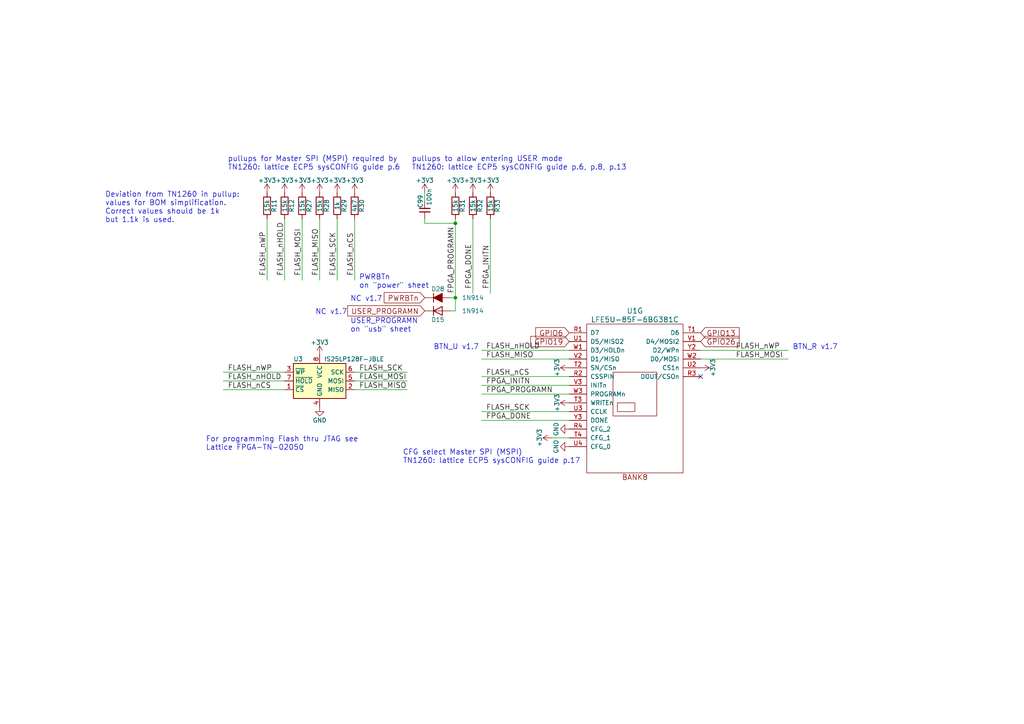
<source format=kicad_sch>
(kicad_sch (version 20231120) (generator "eeschema") (generator_version "8.0")
  (paper "A4")
  (title_block (title "ULX3S") (date "2024-08-20") (rev "0.0.4") (company "EMARD") (comment 1 "SPI flash") (comment 2 "License: CERN-OHL-S v2"))
  (lib_symbols
    (symbol "Device:C_Small" (pin_numbers hide) (pin_names (offset 0.254) hide)
      (property "Reference" "C" (at 0.254 1.778 0))
      (property "Value" "C_Small" (at 0.254 -2.032 0))
      (symbol "C_Small_0_1"
        (polyline (pts (xy -1.524 -0.508) (xy 1.524 -0.508)) (stroke (width 0.3302)))
        (polyline (pts (xy -1.524 0.508) (xy 1.524 0.508)) (stroke (width 0.3048)))
      )
      (symbol "C_Small_1_1"
        (pin passive line (at 0 2.54 270) (length 2.032) (name "~") (number "1"))
        (pin passive line (at 0 -2.54 90) (length 2.032) (name "~") (number "2"))
      )
    )
    (symbol "Device:D" (pin_numbers hide) (pin_names (offset 1.016) hide)
      (property "Reference" "D" (at 0 2.54 0))
      (property "Value" "D" (at 0 -2.54 0))
      (symbol "D_0_1"
        (polyline (pts (xy -1.27 1.27) (xy -1.27 -1.27)) (stroke (width 0.254)))
        (polyline (pts (xy 1.27 0) (xy -1.27 0)))
        (polyline (pts (xy 1.27 1.27) (xy 1.27 -1.27) (xy -1.27 0) (xy 1.27 1.27)) (stroke (width 0.254)))
      )
      (symbol "D_1_1"
        (pin passive line (at -3.81 0 0) (length 2.54) (name "K") (number "1"))
        (pin passive line (at 3.81 0 180) (length 2.54) (name "A") (number "2"))
      )
    )
    (symbol "Device:R" (pin_numbers hide) (pin_names (offset 0))
      (property "Reference" "R" (at 2.032 0 90))
      (property "Value" "R" (at 0 0 90))
      (symbol "R_0_1"
        (rectangle (start -1.016 -2.54) (end 1.016 2.54) (stroke (width 0.254)))
      )
      (symbol "R_1_1"
        (pin passive line (at 0 3.81 270) (length 1.27) (name "~") (number "1"))
        (pin passive line (at 0 -3.81 90) (length 1.27) (name "~") (number "2"))
      )
    )
    (symbol "Memory_EEPROM:25LCxxx"
      (property "Reference" "U" (at -7.62 6.35 0))
      (property "Value" "25LCxxx" (at 2.54 -6.35 0))
      (symbol "25LCxxx_1_1"
        (rectangle (start -7.62 5.08) (end 7.62 -5.08) (stroke (width 0.254)) (fill (type background)))
        (pin input line (at -10.16 -2.54 0) (length 2.54) (name "~{CS}") (number "1"))
        (pin tri_state line (at 10.16 -2.54 180) (length 2.54) (name "MISO") (number "2"))
        (pin input line (at -10.16 2.54 0) (length 2.54) (name "~{WP}") (number "3"))
        (pin power_in line (at 0 -7.62 90) (length 2.54) (name "GND") (number "4"))
        (pin input line (at 10.16 0 180) (length 2.54) (name "MOSI") (number "5"))
        (pin input line (at 10.16 2.54 180) (length 2.54) (name "SCK") (number "6"))
        (pin input line (at -10.16 0 0) (length 2.54) (name "~{HOLD}") (number "7"))
        (pin power_in line (at 0 7.62 270) (length 2.54) (name "VCC") (number "8"))
      )
    )
    (symbol "lfe5bg381:LFE5UM-85F-6BG381C" (pin_names (offset 1.016))
      (property "Reference" "U" (at 0 24.13 0))
      (property "Value" "LFE5UM-85F-6BG381C" (at 0 21.59 0))
      (symbol "LFE5UM-85F-6BG381C_1_1"
        (rectangle (start -13.97 20.32) (end 13.97 -17.78))
        (rectangle (start -6.35 6.35) (end 6.35 -6.35))
        (rectangle (start -5.08 5.08) (end 0 2.54))
        (text "BANK0" (at 0 -19.05 0) (effects (font (size 1.524 1.524))))
        (pin input line (at -19.05 15.24 0) (length 5.08) (name "PCLKT0_1") (number "A10"))
        (pin input line (at 19.05 15.24 180) (length 5.08) (name "PCLKC0_1") (number "A11"))
        (pin input line (at -19.05 -10.16 0) (length 5.08) (name "PT4A") (number "A6"))
        (pin input line (at -19.05 5.08 0) (length 5.08) (name "PT18A") (number "A7"))
        (pin input line (at 19.05 5.08 180) (length 5.08) (name "PT18B") (number "A8"))
        (pin input line (at -19.05 12.7 0) (length 5.08) (name "GR_PCLK0_1") (number "A9"))
        (pin input line (at 19.05 12.7 180) (length 5.08) (name "GR_PCLK0_0") (number "B10"))
        (pin input line (at -19.05 17.78 0) (length 5.08) (name "PCLKT0_0") (number "B11"))
        (pin input line (at 19.05 -10.16 180) (length 5.08) (name "PT4B") (number "B6"))
        (pin input line (at 19.05 2.54 180) (length 5.08) (name "PT15B") (number "B8"))
        (pin input line (at -19.05 10.16 0) (length 5.08) (name "PT58A") (number "B9"))
        (pin input line (at 19.05 10.16 180) (length 5.08) (name "PT58B") (number "C10"))
        (pin input line (at 19.05 17.78 180) (length 5.08) (name "PCLKC0_0") (number "C11"))
        (pin input line (at -19.05 -2.54 0) (length 5.08) (name "PT11A") (number "C6"))
        (pin input line (at 19.05 -2.54 180) (length 5.08) (name "PT11B") (number "C7"))
        (pin input line (at -19.05 2.54 0) (length 5.08) (name "PT15A") (number "C8"))
        (pin input line (at -19.05 -15.24 0) (length 5.08) (name "PT54A") (number "C9"))
        (pin input line (at -19.05 -12.7 0) (length 5.08) (name "PT56A") (number "D10"))
        (pin input line (at 19.05 -7.62 180) (length 5.08) (name "PT6B") (number "D6"))
        (pin input line (at 19.05 -5.08 180) (length 5.08) (name "PT9B") (number "D7"))
        (pin input line (at 19.05 0 180) (length 5.08) (name "PT13B") (number "D8"))
        (pin input line (at -19.05 7.62 0) (length 5.08) (name "PT20A") (number "D9"))
        (pin input line (at 19.05 -12.7 180) (length 5.08) (name "PT56B") (number "E10"))
        (pin input line (at -19.05 -7.62 0) (length 5.08) (name "PT6A") (number "E6"))
        (pin input line (at -19.05 -5.08 0) (length 5.08) (name "PT9A") (number "E7"))
        (pin input line (at -19.05 0 0) (length 5.08) (name "PT13A") (number "E8"))
        (pin input line (at 19.05 7.62 180) (length 5.08) (name "PT20B") (number "E9"))
      )
      (symbol "LFE5UM-85F-6BG381C_2_0"
        (text "BANK1" (at 0 -26.67 0) (effects (font (size 1.524 1.524))))
      )
      (symbol "LFE5UM-85F-6BG381C_2_1"
        (rectangle (start -13.97 20.32) (end 13.97 -25.4))
        (rectangle (start -6.35 6.35) (end 6.35 -6.35))
        (rectangle (start 0 5.08) (end 5.08 2.54))
        (pin input line (at -19.05 -12.7 0) (length 5.08) (name "PT76A") (number "A12"))
        (pin input line (at 19.05 -12.7 180) (length 5.08) (name "PT76B") (number "A13"))
        (pin input line (at -19.05 -5.08 0) (length 5.08) (name "PT83A") (number "A14"))
        (pin input line (at -19.05 -22.86 0) (length 5.08) (name "PT103A") (number "A15"))
        (pin input line (at -19.05 5.08 0) (length 5.08) (name "PT110A") (number "A16"))
        (pin input line (at -19.05 12.7 0) (length 5.08) (name "PT116A") (number "A17"))
        (pin input line (at -19.05 15.24 0) (length 5.08) (name "PT119A") (number "A18"))
        (pin input line (at -19.05 17.78 0) (length 5.08) (name "PT121A") (number "A19"))
        (pin input line (at -19.05 -17.78 0) (length 5.08) (name "PCLKT1_0") (number "B12"))
        (pin input line (at -19.05 -10.16 0) (length 5.08) (name "PT78A") (number "B13"))
        (pin input line (at -19.05 0 0) (length 5.08) (name "PT105A") (number "B15"))
        (pin input line (at 19.05 5.08 180) (length 5.08) (name "PT110B") (number "B16"))
        (pin input line (at -19.05 10.16 0) (length 5.08) (name "PT114A") (number "B17"))
        (pin input line (at 19.05 12.7 180) (length 5.08) (name "PT116B") (number "B18"))
        (pin input line (at 19.05 15.24 180) (length 5.08) (name "PT119B") (number "B19"))
        (pin input line (at 19.05 17.78 180) (length 5.08) (name "PT121B") (number "B20"))
        (pin input line (at 19.05 -17.78 180) (length 5.08) (name "PCLKC1_0") (number "C12"))
        (pin input line (at 19.05 -10.16 180) (length 5.08) (name "PT78B") (number "C13"))
        (pin input line (at 19.05 -5.08 180) (length 5.08) (name "PT83B") (number "C14"))
        (pin input line (at 19.05 0 180) (length 5.08) (name "PT105B") (number "C15"))
        (pin input line (at -19.05 7.62 0) (length 5.08) (name "PT112A") (number "C16"))
        (pin input line (at 19.05 10.16 180) (length 5.08) (name "PT114B") (number "C17"))
        (pin input line (at -19.05 -20.32 0) (length 5.08) (name "PCLKT1_1") (number "D11"))
        (pin input line (at -19.05 -15.24 0) (length 5.08) (name "GR_PCLK1_0") (number "D12"))
        (pin input line (at -19.05 -7.62 0) (length 5.08) (name "PT80A") (number "D13"))
        (pin input line (at -19.05 -2.54 0) (length 5.08) (name "PT85A") (number "D14"))
        (pin input line (at -19.05 2.54 0) (length 5.08) (name "PT107A") (number "D15"))
        (pin input line (at 19.05 7.62 180) (length 5.08) (name "PT112B") (number "D16"))
        (pin input line (at 19.05 -20.32 180) (length 5.08) (name "PCLKC1_1") (number "E11"))
        (pin input line (at 19.05 -15.24 180) (length 5.08) (name "GR_PCLK1_1") (number "E12"))
        (pin input line (at 19.05 -7.62 180) (length 5.08) (name "PT80B") (number "E13"))
        (pin input line (at 19.05 -2.54 180) (length 5.08) (name "PT85B") (number "E14"))
        (pin input line (at 19.05 2.54 180) (length 5.08) (name "PT107B") (number "E15"))
      )
      (symbol "LFE5UM-85F-6BG381C_3_0"
        (text "BANK2" (at 0 -26.67 0) (effects (font (size 1.524 1.524))))
      )
      (symbol "LFE5UM-85F-6BG381C_3_1"
        (rectangle (start -13.97 20.32) (end 13.97 -25.4))
        (rectangle (start -6.35 6.35) (end 6.35 -6.35))
        (rectangle (start 5.08 5.08) (end 2.54 0))
        (pin input line (at -19.05 -20.32 0) (length 5.08) (name "PR11A") (number "C18"))
        (pin input line (at -19.05 0 0) (length 5.08) (name "PR35A") (number "C20"))
        (pin input line (at 19.05 -20.32 180) (length 5.08) (name "PR11B") (number "D17"))
        (pin input line (at -19.05 -15.24 0) (length 5.08) (name "PR14A") (number "D18"))
        (pin input line (at 19.05 0 180) (length 5.08) (name "PR35B") (number "D19"))
        (pin input line (at -19.05 2.54 0) (length 5.08) (name "VREF1_2") (number "D20"))
        (pin input line (at -19.05 -17.78 0) (length 5.08) (name "PR11C") (number "E16"))
        (pin input line (at 19.05 -15.24 180) (length 5.08) (name "PR14B") (number "E17"))
        (pin input line (at -19.05 -12.7 0) (length 5.08) (name "PR14C") (number "E18"))
        (pin input line (at 19.05 2.54 180) (length 5.08) (name "PR35D") (number "E19"))
        (pin input line (at -19.05 5.08 0) (length 5.08) (name "PR38A") (number "E20"))
        (pin input line (at 19.05 -17.78 180) (length 5.08) (name "PR11D") (number "F16"))
        (pin input line (at -19.05 -10.16 0) (length 5.08) (name "PR17A") (number "F17"))
        (pin input line (at 19.05 -12.7 180) (length 5.08) (name "PR14D") (number "F18"))
        (pin input line (at 19.05 5.08 180) (length 5.08) (name "PR38B") (number "F19"))
        (pin input line (at -19.05 7.62 0) (length 5.08) (name "PR38C") (number "F20"))
        (pin input line (at -19.05 -7.62 0) (length 5.08) (name "PR17C") (number "G16"))
        (pin input line (at 19.05 -10.16 180) (length 5.08) (name "PR17B") (number "G18"))
        (pin input line (at -19.05 10.16 0) (length 5.08) (name "GR_PCLK2_1") (number "G19"))
        (pin input line (at 19.05 7.62 180) (length 5.08) (name "PR38D") (number "G20"))
        (pin input line (at 19.05 -7.62 180) (length 5.08) (name "PR17D") (number "H16"))
        (pin input line (at 19.05 -5.08 180) (length 5.08) (name "PR20B") (number "H17"))
        (pin input line (at -19.05 -5.08 0) (length 5.08) (name "PR20A") (number "H18"))
        (pin input line (at 19.05 10.16 180) (length 5.08) (name "PR41B") (number "H20"))
        (pin input line (at 19.05 -2.54 180) (length 5.08) (name "PR20D") (number "J16"))
        (pin input line (at -19.05 -2.54 0) (length 5.08) (name "PR20C") (number "J17"))
        (pin input line (at -19.05 12.7 0) (length 5.08) (name "GR_PCLK2_0") (number "J18"))
        (pin input line (at -19.05 15.24 0) (length 5.08) (name "PCLKT2_1") (number "J19"))
        (pin input line (at -19.05 17.78 0) (length 5.08) (name "PCLKT2_0") (number "J20"))
        (pin input line (at -19.05 -22.86 0) (length 5.08) (name "PR29A") (number "K16"))
        (pin input line (at 19.05 -22.86 180) (length 5.08) (name "PR29B") (number "K17"))
        (pin input line (at 19.05 12.7 180) (length 5.08) (name "PR41D") (number "K18"))
        (pin input line (at 19.05 15.24 180) (length 5.08) (name "PCLKC2_1") (number "K19"))
        (pin input line (at 19.05 17.78 180) (length 5.08) (name "PCLKC2_0") (number "K20"))
      )
      (symbol "LFE5UM-85F-6BG381C_4_0"
        (text "BANK3" (at 0 -26.67 0) (effects (font (size 1.524 1.524))))
      )
      (symbol "LFE5UM-85F-6BG381C_4_1"
        (rectangle (start -13.97 20.32) (end 13.97 -25.4))
        (rectangle (start -6.35 6.35) (end 6.35 -6.35))
        (rectangle (start 2.54 0) (end 5.08 -5.08))
        (pin input line (at -19.05 -15.24 0) (length 5.08) (name "GR_PCLK3_0") (number "L16"))
        (pin input line (at 19.05 -15.24 180) (length 5.08) (name "PR50B") (number "L17"))
        (pin input line (at -19.05 -12.7 0) (length 5.08) (name "GR_PCLK3_1") (number "L18"))
        (pin input line (at -19.05 -17.78 0) (length 5.08) (name "PCLKT3_0") (number "L19"))
        (pin input line (at -19.05 -20.32 0) (length 5.08) (name "PCLKT3_1") (number "L20"))
        (pin input line (at 19.05 -10.16 180) (length 5.08) (name "PR53B") (number "M17"))
        (pin input line (at 19.05 -12.7 180) (length 5.08) (name "PR50D") (number "M18"))
        (pin input line (at 19.05 -17.78 180) (length 5.08) (name "PCLKC3_0") (number "M19"))
        (pin input line (at 19.05 -20.32 180) (length 5.08) (name "PCLKC3_1") (number "M20"))
        (pin input line (at -19.05 -10.16 0) (length 5.08) (name "PR53A") (number "N16"))
        (pin input line (at -19.05 -5.08 0) (length 5.08) (name "PR56A") (number "N17"))
        (pin input line (at -19.05 -7.62 0) (length 5.08) (name "PR53C") (number "N18"))
        (pin input line (at -19.05 0 0) (length 5.08) (name "PR83A") (number "N19"))
        (pin input line (at 19.05 0 180) (length 5.08) (name "PR83B") (number "N20"))
        (pin input line (at 19.05 -5.08 180) (length 5.08) (name "VREF1_3") (number "P16"))
        (pin input line (at 19.05 -7.62 180) (length 5.08) (name "PR53D") (number "P17"))
        (pin input line (at 19.05 2.54 180) (length 5.08) (name "PR83D") (number "P18"))
        (pin input line (at -19.05 2.54 0) (length 5.08) (name "PR83C") (number "P19"))
        (pin input line (at -19.05 5.08 0) (length 5.08) (name "PR86A") (number "P20"))
        (pin input line (at -19.05 -2.54 0) (length 5.08) (name "PR56C") (number "R16"))
        (pin input line (at 19.05 -2.54 180) (length 5.08) (name "PR56D") (number "R17"))
        (pin input line (at 19.05 10.16 180) (length 5.08) (name "PR89B") (number "R18"))
        (pin input line (at 19.05 5.08 180) (length 5.08) (name "PR86B") (number "R20"))
        (pin input line (at -19.05 -22.86 0) (length 5.08) (name "PR77A") (number "T16"))
        (pin input line (at 19.05 17.78 180) (length 5.08) (name "GPLL0C_IN") (number "T17"))
        (pin input line (at 19.05 12.7 180) (length 5.08) (name "PR89D") (number "T18"))
        (pin input line (at -19.05 10.16 0) (length 5.08) (name "PR89A") (number "T19"))
        (pin input line (at -19.05 7.62 0) (length 5.08) (name "PR86C") (number "T20"))
        (pin input line (at -19.05 17.78 0) (length 5.08) (name "GPLL0T_IN") (number "U16"))
        (pin input line (at 19.05 15.24 180) (length 5.08) (name "PR92B") (number "U17"))
        (pin input line (at -19.05 15.24 0) (length 5.08) (name "PR92A") (number "U18"))
        (pin input line (at -19.05 12.7 0) (length 5.08) (name "PR89C") (number "U19"))
        (pin input line (at 19.05 7.62 180) (length 5.08) (name "PR86D") (number "U20"))
      )
      (symbol "LFE5UM-85F-6BG381C_5_0"
        (text "BANK6" (at 0 -26.67 0) (effects (font (size 1.524 1.524))))
      )
      (symbol "LFE5UM-85F-6BG381C_5_1"
        (rectangle (start -13.97 20.32) (end 13.97 -25.4))
        (rectangle (start -6.35 6.35) (end 6.35 -6.35))
        (rectangle (start -5.08 0) (end -2.54 -5.08))
        (pin input line (at 19.05 15.24 180) (length 5.08) (name "PCLKC6_1") (number "F1"))
        (pin input line (at 19.05 17.78 180) (length 5.08) (name "PCLKC6_0") (number "G1"))
        (pin input line (at -19.05 15.24 0) (length 5.08) (name "PCLKT6_1") (number "G2"))
        (pin input line (at -19.05 7.62 0) (length 5.08) (name "PL53C") (number "H1"))
        (pin input line (at -19.05 17.78 0) (length 5.08) (name "PCLKT6_0") (number "H2"))
        (pin input line (at 19.05 5.08 180) (length 5.08) (name "PL53B") (number "J1"))
        (pin input line (at -19.05 12.7 0) (length 5.08) (name "GR_PCLK6_1") (number "J3"))
        (pin input line (at -19.05 10.16 0) (length 5.08) (name "GR_PCLK6_0") (number "J4"))
        (pin input line (at 19.05 10.16 180) (length 5.08) (name "PL50B") (number "J5"))
        (pin input line (at 19.05 7.62 180) (length 5.08) (name "PL53D") (number "K1"))
        (pin input line (at -19.05 5.08 0) (length 5.08) (name "PL53A") (number "K2"))
        (pin input line (at 19.05 12.7 180) (length 5.08) (name "PL50D") (number "K3"))
        (pin input line (at -19.05 0 0) (length 5.08) (name "PL56A") (number "K4"))
        (pin input line (at 19.05 0 180) (length 5.08) (name "VREF1_6") (number "K5"))
        (pin input line (at -19.05 -12.7 0) (length 5.08) (name "PL65C") (number "L1"))
        (pin input line (at 19.05 -7.62 180) (length 5.08) (name "PL86D") (number "L2"))
        (pin input line (at -19.05 -7.62 0) (length 5.08) (name "PL86C") (number "L3"))
        (pin input line (at -19.05 2.54 0) (length 5.08) (name "PL56C") (number "L4"))
        (pin input line (at 19.05 2.54 180) (length 5.08) (name "PL56D") (number "L5"))
        (pin input line (at 19.05 -15.24 180) (length 5.08) (name "PL89B") (number "M1"))
        (pin input line (at 19.05 -10.16 180) (length 5.08) (name "PL86B") (number "M3"))
        (pin input line (at -19.05 -5.08 0) (length 5.08) (name "PL83A") (number "M4"))
        (pin input line (at -19.05 -22.86 0) (length 5.08) (name "PL77A") (number "M5"))
        (pin input line (at 19.05 -12.7 180) (length 5.08) (name "PL89D") (number "N1"))
        (pin input line (at -19.05 -15.24 0) (length 5.08) (name "PL65A") (number "N2"))
        (pin input line (at -19.05 -10.16 0) (length 5.08) (name "PL86A") (number "N3"))
        (pin input line (at -19.05 -2.54 0) (length 5.08) (name "PL83C") (number "N4"))
        (pin input line (at 19.05 -5.08 180) (length 5.08) (name "PL83B") (number "N5"))
        (pin input line (at -19.05 -20.32 0) (length 5.08) (name "PL92A") (number "P1"))
        (pin input line (at 19.05 -20.32 180) (length 5.08) (name "PL92B") (number "P2"))
        (pin input line (at -19.05 -17.78 0) (length 5.08) (name "GPLL0T_IN") (number "P3"))
        (pin input line (at 19.05 -17.78 180) (length 5.08) (name "GPLL0C_IN") (number "P4"))
        (pin input line (at 19.05 -2.54 180) (length 5.08) (name "PL83D") (number "P5"))
      )
      (symbol "LFE5UM-85F-6BG381C_6_0"
        (text "BANK7" (at 0 -24.13 0) (effects (font (size 1.524 1.524))))
      )
      (symbol "LFE5UM-85F-6BG381C_6_1"
        (rectangle (start -13.97 20.32) (end 13.97 -22.86))
        (rectangle (start -6.35 6.35) (end 6.35 -6.35))
        (rectangle (start -5.08 5.08) (end -2.54 0))
        (pin input line (at -19.05 -5.08 0) (length 5.08) (name "PL35A") (number "A2"))
        (pin input line (at -19.05 12.7 0) (length 5.08) (name "PL14C") (number "A3"))
        (pin input line (at -19.05 15.24 0) (length 5.08) (name "PL11A") (number "A4"))
        (pin input line (at 19.05 15.24 180) (length 5.08) (name "PL11B") (number "A5"))
        (pin input line (at 19.05 -5.08 180) (length 5.08) (name "PL35B") (number "B1"))
        (pin input line (at -19.05 -2.54 0) (length 5.08) (name "VREF1_7") (number "B2"))
        (pin input line (at 19.05 12.7 180) (length 5.08) (name "PL14D") (number "B3"))
        (pin input line (at 19.05 10.16 180) (length 5.08) (name "PL14B") (number "B4"))
        (pin input line (at -19.05 17.78 0) (length 5.08) (name "PL11C") (number "B5"))
        (pin input line (at -19.05 -10.16 0) (length 5.08) (name "PL38A") (number "C1"))
        (pin input line (at 19.05 -2.54 180) (length 5.08) (name "PL35D") (number "C2"))
        (pin input line (at -19.05 7.62 0) (length 5.08) (name "PL17C") (number "C3"))
        (pin input line (at -19.05 10.16 0) (length 5.08) (name "PL14A") (number "C4"))
        (pin input line (at 19.05 17.78 180) (length 5.08) (name "PL11D") (number "C5"))
        (pin input line (at 19.05 -10.16 180) (length 5.08) (name "PL38B") (number "D1"))
        (pin input line (at -19.05 -7.62 0) (length 5.08) (name "PL38C") (number "D2"))
        (pin input line (at 19.05 7.62 180) (length 5.08) (name "PL17D") (number "D3"))
        (pin input line (at 19.05 5.08 180) (length 5.08) (name "PL17B") (number "D5"))
        (pin input line (at 19.05 -7.62 180) (length 5.08) (name "PL38D") (number "E1"))
        (pin input line (at 19.05 -17.78 180) (length 5.08) (name "PCLKC7_0") (number "E2"))
        (pin input line (at 19.05 0 180) (length 5.08) (name "PL20B") (number "E3"))
        (pin input line (at -19.05 5.08 0) (length 5.08) (name "PL17A") (number "E4"))
        (pin input line (at -19.05 2.54 0) (length 5.08) (name "PL20C") (number "E5"))
        (pin input line (at -19.05 -17.78 0) (length 5.08) (name "PCLKT7_0") (number "F2"))
        (pin input line (at 19.05 -20.32 180) (length 5.08) (name "PCLKC7_1") (number "F3"))
        (pin input line (at -19.05 0 0) (length 5.08) (name "PL20A") (number "F4"))
        (pin input line (at 19.05 2.54 180) (length 5.08) (name "PL20D") (number "F5"))
        (pin input line (at -19.05 -20.32 0) (length 5.08) (name "PCLKT7_1") (number "G3"))
        (pin input line (at 19.05 -15.24 180) (length 5.08) (name "PL41B") (number "G5"))
        (pin input line (at 19.05 -12.7 180) (length 5.08) (name "PL41D") (number "H3"))
        (pin input line (at -19.05 -15.24 0) (length 5.08) (name "GR_PCLK7_1") (number "H4"))
        (pin input line (at -19.05 -12.7 0) (length 5.08) (name "GR_PCLK7_0") (number "H5"))
      )
      (symbol "LFE5UM-85F-6BG381C_7_0"
        (text "BANK8" (at 0 -24.13 0) (effects (font (size 1.524 1.524))))
      )
      (symbol "LFE5UM-85F-6BG381C_7_1"
        (rectangle (start -13.97 20.32) (end 13.97 -22.86))
        (rectangle (start -6.35 6.35) (end 6.35 -6.35))
        (rectangle (start -5.08 -5.08) (end 0 -2.54))
        (pin input line (at -19.05 17.78 0) (length 5.08) (name "D7") (number "R1"))
        (pin input line (at -19.05 5.08 0) (length 5.08) (name "CSSPIN") (number "R2"))
        (pin input line (at 19.05 5.08 180) (length 5.08) (name "DOUT/CSOn") (number "R3"))
        (pin input line (at -19.05 -10.16 0) (length 5.08) (name "CFG_2") (number "R4"))
        (pin input line (at 19.05 17.78 180) (length 5.08) (name "D6") (number "T1"))
        (pin input line (at -19.05 7.62 0) (length 5.08) (name "SN/CSn") (number "T2"))
        (pin input line (at -19.05 -2.54 0) (length 5.08) (name "WRITEn") (number "T3"))
        (pin input line (at -19.05 -12.7 0) (length 5.08) (name "CFG_1") (number "T4"))
        (pin input line (at -19.05 15.24 0) (length 5.08) (name "D5/MISO2") (number "U1"))
        (pin input line (at 19.05 7.62 180) (length 5.08) (name "CS1n") (number "U2"))
        (pin input line (at -19.05 -5.08 0) (length 5.08) (name "CCLK") (number "U3"))
        (pin input line (at -19.05 -15.24 0) (length 5.08) (name "CFG_0") (number "U4"))
        (pin input line (at 19.05 15.24 180) (length 5.08) (name "D4/MOSI2") (number "V1"))
        (pin input line (at -19.05 10.16 0) (length 5.08) (name "D1/MISO") (number "V2"))
        (pin input line (at -19.05 2.54 0) (length 5.08) (name "INITn") (number "V3"))
        (pin input line (at -19.05 12.7 0) (length 5.08) (name "D3/HOLDn") (number "W1"))
        (pin input line (at 19.05 10.16 180) (length 5.08) (name "D0/MOSI") (number "W2"))
        (pin input line (at -19.05 0 0) (length 5.08) (name "PROGRAMn") (number "W3"))
        (pin input line (at 19.05 12.7 180) (length 5.08) (name "D2/WPn") (number "Y2"))
        (pin input line (at -19.05 -7.62 0) (length 5.08) (name "DONE") (number "Y3"))
      )
      (symbol "LFE5UM-85F-6BG381C_8_0"
        (text "BANK50,51" (at 0 -27.94 0) (effects (font (size 1.524 1.524))))
        (text "SERDES" (at 0 -30.48 0) (effects (font (size 1.524 1.524))))
      )
      (symbol "LFE5UM-85F-6BG381C_8_1"
        (rectangle (start -16.51 25.4) (end 16.51 -26.67))
        (rectangle (start -6.35 6.35) (end 6.35 -6.35))
        (rectangle (start 3.81 -5.08) (end -3.81 -3.81))
        (pin input line (at 21.59 8.89 180) (length 5.08) (name "VCCHTX0_D0CH1") (number "T10"))
        (pin input line (at -21.59 -7.62 0) (length 5.08) (name "VCCHTX0_D1CH0") (number "T11"))
        (pin input line (at -21.59 -10.16 0) (length 5.08) (name "VCCHRX0_D1CH0") (number "T12"))
        (pin input line (at 21.59 -10.16 180) (length 5.08) (name "VCCHRX0_D1CH1") (number "T13"))
        (pin input line (at 21.59 -7.62 180) (length 5.08) (name "VCCHTX0_D1CH1") (number "T14"))
        (pin input line (at -21.59 -2.54 0) (length 5.08) (name "VCCA1") (number "T15"))
        (pin input line (at -21.59 3.81 0) (length 5.08) (name "VCCA0") (number "T6"))
        (pin input line (at -21.59 8.89 0) (length 5.08) (name "VCCHTX0_D0CH0") (number "T7"))
        (pin input line (at -21.59 6.35 0) (length 5.08) (name "VCCHRX0_D0CH0") (number "T8"))
        (pin input line (at 21.59 6.35 180) (length 5.08) (name "VCCHRX0_D0CH1") (number "T9"))
        (pin input line (at -21.59 -5.08 0) (length 5.08) (name "VCCA1") (number "U15"))
        (pin input line (at -21.59 1.27 0) (length 5.08) (name "VCCA0") (number "U6"))
        (pin input line (at 21.59 3.81 180) (length 5.08) (name "VCCAUXA0") (number "V10"))
        (pin input line (at 21.59 1.27 180) (length 5.08) (name "VCCAUXA0") (number "V11"))
        (pin input line (at 21.59 -2.54 180) (length 5.08) (name "VCCAUXA1") (number "V17"))
        (pin input line (at 21.59 -5.08 180) (length 5.08) (name "VCCAUXA1") (number "V18"))
        (pin input line (at -21.59 -16.51 0) (length 5.08) (name "HDTXP0_D1CH0") (number "W13"))
        (pin input line (at 21.59 -16.51 180) (length 5.08) (name "HDTXN0_D1CH0") (number "W14"))
        (pin input line (at -21.59 -21.59 0) (length 5.08) (name "HDTXP0_D1CH1") (number "W17"))
        (pin input line (at 21.59 -21.59 180) (length 5.08) (name "HDTXN0_D1CH1") (number "W18"))
        (pin input line (at 21.59 -13.97 180) (length 5.08) (name "REFCLKN_D1") (number "W20"))
        (pin input line (at -21.59 20.32 0) (length 5.08) (name "HDTXP0_D0CH0") (number "W4"))
        (pin input line (at 21.59 20.32 180) (length 5.08) (name "HDTXN0_D0CH0") (number "W5"))
        (pin input line (at -21.59 15.24 0) (length 5.08) (name "HDTXP0_D0CH1") (number "W8"))
        (pin input line (at 21.59 15.24 180) (length 5.08) (name "HDTXN0_D0CH1") (number "W9"))
        (pin input line (at -21.59 22.86 0) (length 5.08) (name "REFCLKP_D0") (number "Y11"))
        (pin input line (at 21.59 22.86 180) (length 5.08) (name "REFCLKN_D0") (number "Y12"))
        (pin input line (at -21.59 -19.05 0) (length 5.08) (name "HDRXP0_D1CH0") (number "Y14"))
        (pin input line (at 21.59 -19.05 180) (length 5.08) (name "HDRXN0_D1CH0") (number "Y15"))
        (pin input line (at -21.59 -24.13 0) (length 5.08) (name "HDRXP0_D1CH1") (number "Y16"))
        (pin input line (at 21.59 -24.13 180) (length 5.08) (name "HDRXN0_D1CH1") (number "Y17"))
        (pin input line (at -21.59 -13.97 0) (length 5.08) (name "REFCLKP_D1") (number "Y19"))
        (pin input line (at -21.59 17.78 0) (length 5.08) (name "HDRXP0_D0CH0") (number "Y5"))
        (pin input line (at 21.59 17.78 180) (length 5.08) (name "HDRXN0_D0CH0") (number "Y6"))
        (pin input line (at -21.59 12.7 0) (length 5.08) (name "HDRXP0_D0CH1") (number "Y7"))
        (pin input line (at 21.59 12.7 180) (length 5.08) (name "HDRXN0_D0CH1") (number "Y8"))
      )
      (symbol "LFE5UM-85F-6BG381C_9_1"
        (rectangle (start -109.22 11.43) (end 118.11 -12.7))
        (rectangle (start -6.35 6.35) (end 6.35 -6.35))
        (rectangle (start -2.54 2.54) (end 2.54 -2.54))
        (text "POWER" (at 0 3.81 0) (effects (font (size 1.524 1.524))))
        (pin input line (at -77.47 -17.78 90) (length 5.08) (name "GND") (number "B14"))
        (pin input line (at 13.97 -17.78 90) (length 5.08) (name "GND") (number "B7"))
        (pin input line (at -97.79 -17.78 90) (length 5.08) (name "GND") (number "C19"))
        (pin input line (at 41.91 -17.78 90) (length 5.08) (name "GND") (number "D4"))
        (pin input line (at -40.64 16.51 270) (length 5.08) (name "VCCio0") (number "F10"))
        (pin input line (at -30.48 16.51 270) (length 5.08) (name "VCCio1") (number "F11"))
        (pin input line (at -33.02 16.51 270) (length 5.08) (name "VCCio1") (number "F12"))
        (pin input line (at -57.15 -17.78 90) (length 5.08) (name "GND") (number "F13"))
        (pin input line (at -74.93 -17.78 90) (length 5.08) (name "GND") (number "F14"))
        (pin input line (at -53.34 16.51 270) (length 5.08) (name "VCCAUX") (number "F15"))
        (pin input line (at -48.26 16.51 270) (length 5.08) (name "VCCAUX") (number "F6"))
        (pin input line (at 16.51 -17.78 90) (length 5.08) (name "GND") (number "F7"))
        (pin input line (at 6.35 -17.78 90) (length 5.08) (name "GND") (number "F8"))
        (pin input line (at -38.1 16.51 270) (length 5.08) (name "VCCio0") (number "F9"))
        (pin input line (at -19.05 -17.78 90) (length 5.08) (name "GND") (number "G10"))
        (pin input line (at -34.29 -17.78 90) (length 5.08) (name "GND") (number "G11"))
        (pin input line (at -49.53 -17.78 90) (length 5.08) (name "GND") (number "G12"))
        (pin input line (at -54.61 -17.78 90) (length 5.08) (name "GND") (number "G13"))
        (pin input line (at -72.39 -17.78 90) (length 5.08) (name "GND") (number "G14"))
        (pin input line (at -85.09 -17.78 90) (length 5.08) (name "GND") (number "G15"))
        (pin input line (at -90.17 -17.78 90) (length 5.08) (name "GND") (number "G17"))
        (pin input line (at 44.45 -17.78 90) (length 5.08) (name "GND") (number "G4"))
        (pin input line (at 34.29 -17.78 90) (length 5.08) (name "GND") (number "G6"))
        (pin input line (at 19.05 -17.78 90) (length 5.08) (name "GND") (number "G7"))
        (pin input line (at 8.89 -17.78 90) (length 5.08) (name "GND") (number "G8"))
        (pin input line (at -6.35 -17.78 90) (length 5.08) (name "GND") (number "G9"))
        (pin input line (at -81.28 16.51 270) (length 5.08) (name "VCC") (number "H10"))
        (pin input line (at -86.36 16.51 270) (length 5.08) (name "VCC") (number "H11"))
        (pin input line (at -91.44 16.51 270) (length 5.08) (name "VCC") (number "H12"))
        (pin input line (at -106.68 16.51 270) (length 5.08) (name "VCC") (number "H13"))
        (pin input line (at -20.32 16.51 270) (length 5.08) (name "VCCio2") (number "H14"))
        (pin input line (at -25.4 16.51 270) (length 5.08) (name "VCCio2") (number "H15"))
        (pin input line (at -95.25 -17.78 90) (length 5.08) (name "GND") (number "H19"))
        (pin input line (at 29.21 16.51 270) (length 5.08) (name "VCCio7") (number "H6"))
        (pin input line (at 26.67 16.51 270) (length 5.08) (name "VCCio7") (number "H7"))
        (pin input line (at -71.12 16.51 270) (length 5.08) (name "VCC") (number "H8"))
        (pin input line (at -76.2 16.51 270) (length 5.08) (name "VCC") (number "H9"))
        (pin input line (at -16.51 -17.78 90) (length 5.08) (name "GND") (number "J10"))
        (pin input line (at -31.75 -17.78 90) (length 5.08) (name "GND") (number "J11"))
        (pin input line (at -46.99 -17.78 90) (length 5.08) (name "GND") (number "J12"))
        (pin input line (at -104.14 16.51 270) (length 5.08) (name "VCC") (number "J13"))
        (pin input line (at -69.85 -17.78 90) (length 5.08) (name "GND") (number "J14"))
        (pin input line (at -22.86 16.51 270) (length 5.08) (name "VCCio2") (number "J15"))
        (pin input line (at 46.99 -17.78 90) (length 5.08) (name "GND") (number "J2"))
        (pin input line (at 31.75 16.51 270) (length 5.08) (name "VCCio7") (number "J6"))
        (pin input line (at 21.59 -17.78 90) (length 5.08) (name "GND") (number "J7"))
        (pin input line (at -68.58 16.51 270) (length 5.08) (name "VCC") (number "J8"))
        (pin input line (at -3.81 -17.78 90) (length 5.08) (name "GND") (number "J9"))
        (pin input line (at -13.97 -17.78 90) (length 5.08) (name "GND") (number "K10"))
        (pin input line (at -29.21 -17.78 90) (length 5.08) (name "GND") (number "K11"))
        (pin input line (at -44.45 -17.78 90) (length 5.08) (name "GND") (number "K12"))
        (pin input line (at -101.6 16.51 270) (length 5.08) (name "VCC") (number "K13"))
        (pin input line (at -67.31 -17.78 90) (length 5.08) (name "GND") (number "K14"))
        (pin input line (at -82.55 -17.78 90) (length 5.08) (name "GND") (number "K15"))
        (pin input line (at 36.83 -17.78 90) (length 5.08) (name "GND") (number "K6"))
        (pin input line (at 24.13 -17.78 90) (length 5.08) (name "GND") (number "K7"))
        (pin input line (at -66.04 16.51 270) (length 5.08) (name "VCC") (number "K8"))
        (pin input line (at -1.27 -17.78 90) (length 5.08) (name "GND") (number "K9"))
        (pin input line (at -11.43 -17.78 90) (length 5.08) (name "GND") (number "L10"))
        (pin input line (at -26.67 -17.78 90) (length 5.08) (name "GND") (number "L11"))
        (pin input line (at -41.91 -17.78 90) (length 5.08) (name "GND") (number "L12"))
        (pin input line (at -99.06 16.51 270) (length 5.08) (name "VCC") (number "L13"))
        (pin input line (at -10.16 16.51 270) (length 5.08) (name "VCCio3") (number "L14"))
        (pin input line (at -15.24 16.51 270) (length 5.08) (name "VCCio3") (number "L15"))
        (pin input line (at 19.05 16.51 270) (length 5.08) (name "VCCio6") (number "L6"))
        (pin input line (at 16.51 16.51 270) (length 5.08) (name "VCCio6") (number "L7"))
        (pin input line (at -63.5 16.51 270) (length 5.08) (name "VCC") (number "L8"))
        (pin input line (at 1.27 -17.78 90) (length 5.08) (name "GND") (number "L9"))
        (pin input line (at -8.89 -17.78 90) (length 5.08) (name "GND") (number "M10"))
        (pin input line (at -24.13 -17.78 90) (length 5.08) (name "GND") (number "M11"))
        (pin input line (at -39.37 -17.78 90) (length 5.08) (name "GND") (number "M12"))
        (pin input line (at -96.52 16.51 270) (length 5.08) (name "VCC") (number "M13"))
        (pin input line (at -64.77 -17.78 90) (length 5.08) (name "GND") (number "M14"))
        (pin input line (at -12.7 16.51 270) (length 5.08) (name "VCCio3") (number "M15"))
        (pin input line (at -87.63 -17.78 90) (length 5.08) (name "GND") (number "M16"))
        (pin input line (at 49.53 -17.78 90) (length 5.08) (name "GND") (number "M2"))
        (pin input line (at 21.59 16.51 270) (length 5.08) (name "VCCio6") (number "M6"))
        (pin input line (at 26.67 -17.78 90) (length 5.08) (name "GND") (number "M7"))
        (pin input line (at -60.96 16.51 270) (length 5.08) (name "VCC") (number "M8"))
        (pin input line (at 3.81 -17.78 90) (length 5.08) (name "GND") (number "M9"))
        (pin input line (at -78.74 16.51 270) (length 5.08) (name "VCC") (number "N10"))
        (pin input line (at -83.82 16.51 270) (length 5.08) (name "VCC") (number "N11"))
        (pin input line (at -88.9 16.51 270) (length 5.08) (name "VCC") (number "N12"))
        (pin input line (at -93.98 16.51 270) (length 5.08) (name "VCC") (number "N13"))
        (pin input line (at -62.23 -17.78 90) (length 5.08) (name "GND") (number "N14"))
        (pin input line (at -80.01 -17.78 90) (length 5.08) (name "GND") (number "N15"))
        (pin input line (at 39.37 -17.78 90) (length 5.08) (name "GND") (number "N6"))
        (pin input line (at 29.21 -17.78 90) (length 5.08) (name "GND") (number "N7"))
        (pin input line (at -58.42 16.51 270) (length 5.08) (name "VCC") (number "N8"))
        (pin input line (at -73.66 16.51 270) (length 5.08) (name "VCC") (number "N9"))
        (pin input line (at 36.83 16.51 270) (length 5.08) (name "VCCio8") (number "P10"))
        (pin input line (at -21.59 -17.78 90) (length 5.08) (name "GND") (number "P11"))
        (pin input line (at -36.83 -17.78 90) (length 5.08) (name "GND") (number "P12"))
        (pin input line (at -52.07 -17.78 90) (length 5.08) (name "GND") (number "P13"))
        (pin input line (at -59.69 -17.78 90) (length 5.08) (name "GND") (number "P14"))
        (pin input line (at -50.8 16.51 270) (length 5.08) (name "VCCAUX") (number "P15"))
        (pin input line (at -45.72 16.51 270) (length 5.08) (name "VCCAUX") (number "P6"))
        (pin input line (at 31.75 -17.78 90) (length 5.08) (name "GND") (number "P7"))
        (pin input line (at 11.43 -17.78 90) (length 5.08) (name "GND") (number "P8"))
        (pin input line (at 39.37 16.51 270) (length 5.08) (name "VCCio8") (number "P9"))
        (pin input line (at -92.71 -17.78 90) (length 5.08) (name "GND") (number "R19"))
        (pin input line (at 67.31 -17.78 90) (length 5.08) (name "GND") (number "U10"))
        (pin input line (at 115.57 -17.78 90) (length 5.08) (name "GND") (number "U11"))
        (pin input line (at 107.95 -17.78 90) (length 5.08) (name "GND") (number "U12"))
        (pin input line (at 102.87 -17.78 90) (length 5.08) (name "GND") (number "U13"))
        (pin input line (at 97.79 -17.78 90) (length 5.08) (name "GND") (number "U14"))
        (pin input line (at 59.69 -17.78 90) (length 5.08) (name "GND") (number "U7"))
        (pin input line (at 62.23 -17.78 90) (length 5.08) (name "GND") (number "U8"))
        (pin input line (at 64.77 -17.78 90) (length 5.08) (name "GND") (number "U9"))
        (pin input line (at 110.49 -17.78 90) (length 5.08) (name "GND") (number "V12"))
        (pin input line (at 105.41 -17.78 90) (length 5.08) (name "GND") (number "V13"))
        (pin input line (at 95.25 -17.78 90) (length 5.08) (name "GND") (number "V14"))
        (pin input line (at 82.55 -17.78 90) (length 5.08) (name "GND") (number "V15"))
        (pin input line (at 87.63 -17.78 90) (length 5.08) (name "GND") (number "V16"))
        (pin input line (at 92.71 -17.78 90) (length 5.08) (name "GND") (number "V19"))
        (pin input line (at 69.85 -17.78 90) (length 5.08) (name "GND") (number "V20"))
        (pin input line (at 72.39 -17.78 90) (length 5.08) (name "GND") (number "V5"))
        (pin input line (at 77.47 -17.78 90) (length 5.08) (name "GND") (number "V6"))
        (pin input line (at 52.07 -17.78 90) (length 5.08) (name "GND") (number "V7"))
        (pin input line (at 54.61 -17.78 90) (length 5.08) (name "GND") (number "V8"))
        (pin input line (at 57.15 -17.78 90) (length 5.08) (name "GND") (number "V9"))
        (pin input line (at 113.03 -17.78 90) (length 5.08) (name "GND") (number "W12"))
        (pin input line (at 100.33 -17.78 90) (length 5.08) (name "GND") (number "W15"))
        (pin input line (at 85.09 -17.78 90) (length 5.08) (name "GND") (number "W16"))
        (pin input line (at 90.17 -17.78 90) (length 5.08) (name "GND") (number "W19"))
        (pin input line (at 74.93 -17.78 90) (length 5.08) (name "GND") (number "W6"))
        (pin input line (at 80.01 -17.78 90) (length 5.08) (name "GND") (number "W7"))
      )
      (symbol "LFE5UM-85F-6BG381C_10_0"
        (text "JTAG" (at 0 1.27 0) (effects (font (size 1.524 1.524))))
      )
      (symbol "LFE5UM-85F-6BG381C_10_1"
        (rectangle (start -12.7 6.35) (end 7.62 -6.35))
        (text "PROG" (at 0 -1.27 0) (effects (font (size 1.524 1.524))))
        (pin input line (at -17.78 3.81 0) (length 5.08) (name "TDI") (number "R5"))
        (pin input line (at -17.78 -1.27 0) (length 5.08) (name "TCK") (number "T5"))
        (pin input line (at -17.78 -3.81 0) (length 5.08) (name "TMS") (number "U5"))
        (pin input line (at -17.78 1.27 0) (length 5.08) (name "TDO") (number "V4"))
      )
    )
    (symbol "ulx4m-rescue:+3V3-power" (power) (pin_names (offset 0))
      (property "Value" "power_+3V3" (at 0 3.556 0))
      (symbol "+3V3-power_0_1"
        (polyline (pts (xy -0.762 1.27) (xy 0 2.54)))
        (polyline (pts (xy 0 0) (xy 0 2.54)))
        (polyline (pts (xy 0 2.54) (xy 0.762 1.27)))
      )
      (symbol "+3V3-power_1_1"
        (pin power_in line (at 0 0 90) (length 0) hide (name "+3V3") (number "1"))
      )
    )
    (symbol "ulx4m-rescue:D_ALT-Device" (pin_numbers hide) (pin_names (offset 1.016) hide)
      (property "Reference" "D" (at 0 2.54 0))
      (property "Value" "Device_D_ALT" (at 0 -2.54 0))
      (symbol "D_ALT-Device_0_1"
        (polyline (pts (xy -1.27 1.27) (xy -1.27 -1.27)) (stroke (width 0.254)))
        (polyline (pts (xy 1.27 0) (xy -1.27 0)))
        (polyline (pts (xy 1.27 1.27) (xy 1.27 -1.27) (xy -1.27 0) (xy 1.27 1.27)) (stroke (width 0.254)) (fill (type outline)))
      )
      (symbol "D_ALT-Device_1_1"
        (pin passive line (at -3.81 0 0) (length 2.54) (name "K") (number "1"))
        (pin passive line (at 3.81 0 180) (length 2.54) (name "A") (number "2"))
      )
    )
    (symbol "ulx4m-rescue:GND-power" (power) (pin_names (offset 0))
      (property "Value" "power_GND" (at 0 -3.81 0))
      (symbol "GND-power_0_1"
        (polyline (pts (xy 0 0) (xy 0 -1.27) (xy 1.27 -1.27) (xy 0 -2.54) (xy -1.27 -1.27) (xy 0 -1.27)))
      )
      (symbol "GND-power_1_1"
        (pin power_in line (at 0 0 270) (length 0) hide (name "GND") (number "1"))
      )
    )
  )
  (junction (at 132.08 64.77))
  (junction (at 132.08 86.36))
  (no_connect (at 203.2 109.22))
  (wire (pts (xy 87.63 63.5) (xy 87.63 81.28)))
  (wire (pts (xy 142.24 63.5) (xy 142.24 85.09)))
  (wire (pts (xy 139.7 119.38) (xy 165.1 119.38)))
  (wire (pts (xy 139.7 121.92) (xy 165.1 121.92)))
  (wire (pts (xy 203.2 104.14) (xy 228.6 104.14)))
  (wire (pts (xy 92.71 63.5) (xy 92.71 81.28)))
  (wire (pts (xy 82.55 110.49) (xy 64.77 110.49)))
  (wire (pts (xy 123.19 64.77) (xy 132.08 64.77)))
  (wire (pts (xy 102.87 110.49) (xy 118.11 110.49)))
  (wire (pts (xy 97.79 63.5) (xy 97.79 81.28)))
  (wire (pts (xy 160.02 127) (xy 165.1 127)))
  (wire (pts (xy 165.1 114.3) (xy 139.7 114.3)))
  (wire (pts (xy 165.1 101.6) (xy 139.7 101.6)))
  (wire (pts (xy 203.2 101.6) (xy 228.6 101.6)))
  (wire (pts (xy 102.87 63.5) (xy 102.87 81.28)))
  (wire (pts (xy 139.7 104.14) (xy 165.1 104.14)))
  (wire (pts (xy 123.19 55.88) (xy 123.19 58.42)))
  (wire (pts (xy 132.08 63.5) (xy 132.08 64.77)))
  (wire (pts (xy 82.55 107.95) (xy 64.77 107.95)))
  (wire (pts (xy 137.16 63.5) (xy 137.16 85.09)))
  (wire (pts (xy 139.7 111.76) (xy 165.1 111.76)))
  (wire (pts (xy 123.19 63.5) (xy 123.19 64.77)))
  (wire (pts (xy 132.08 64.77) (xy 132.08 86.36)))
  (wire (pts (xy 130.81 90.17) (xy 132.08 90.17)))
  (wire (pts (xy 102.87 107.95) (xy 118.11 107.95)))
  (wire (pts (xy 82.55 113.03) (xy 64.77 113.03)))
  (wire (pts (xy 77.47 63.5) (xy 77.47 81.28)))
  (wire (pts (xy 165.1 109.22) (xy 139.7 109.22)))
  (wire (pts (xy 130.81 86.36) (xy 132.08 86.36)))
  (wire (pts (xy 82.55 63.5) (xy 82.55 81.28)))
  (wire (pts (xy 102.87 113.03) (xy 118.11 113.03)))
  (wire (pts (xy 132.08 90.17) (xy 132.08 86.36)))
  (text "pullups for Master SPI (MSPI) required by\nTN1260: lattice ECP5 sysCONFIG guide p.6" (at 66.04 49.53 0) (effects (font (size 1.524 1.524)) (justify left bottom)))
  (text "USER_PROGRAMN\non \"usb\" sheet" (at 101.6 96.52 0) (effects (font (size 1.524 1.524)) (justify left bottom)))
  (text "BTN_R v1.7" (at 229.87 101.6 0) (effects (font (size 1.524 1.524)) (justify left bottom)))
  (text "For programming Flash thru JTAG see\nLattice FPGA-TN-02050" (at 59.69 130.81 0) (effects (font (size 1.524 1.524)) (justify left bottom)))
  (text "CFG select Master SPI (MSPI)\nTN1260: lattice ECP5 sysCONFIG guide p.17" (at 116.84 134.62 0) (effects (font (size 1.524 1.524)) (justify left bottom)))
  (text "Deviation from TN1260 in pullup:\nvalues for BOM simplification.\nCorrect values should be 1k \nbut 1.1k is used." (at 30.48 64.77 0) (effects (font (size 1.524 1.524)) (justify left bottom)))
  (text "BTN_U v1.7" (at 125.73 101.6 0) (effects (font (size 1.524 1.524)) (justify left bottom)))
  (text "NC v1.7" (at 91.44 91.44 0) (effects (font (size 1.524 1.524)) (justify left bottom)))
  (text "PWRBTn\non \"power\" sheet" (at 104.14 83.82 0) (effects (font (size 1.524 1.524)) (justify left bottom)))
  (text "NC v1.7" (at 101.6 87.63 0) (effects (font (size 1.524 1.524)) (justify left bottom)))
  (text "pullups to allow entering USER mode\nTN1260: lattice ECP5 sysCONFIG guide p.6, p.8, p.13" (at 119.38 49.53 0) (effects (font (size 1.524 1.524)) (justify left bottom)))
  (label "FLASH_nHOLD" (at 82.55 80.01 90) (effects (font (size 1.524 1.524))))
  (label "FLASH_nWP" (at 77.47 80.01 90) (effects (font (size 1.524 1.524))))
  (label "FPGA_INITN" (at 140.97 111.76 0) (effects (font (size 1.524 1.524))))
  (label "FLASH_MISO" (at 92.71 80.01 90) (effects (font (size 1.524 1.524))))
  (label "FLASH_nHOLD" (at 140.97 101.6 0) (effects (font (size 1.524 1.524))))
  (label "FLASH_nHOLD" (at 66.04 110.49 0) (effects (font (size 1.524 1.524))))
  (label "FLASH_nCS" (at 102.87 80.01 90) (effects (font (size 1.524 1.524))))
  (label "FLASH_SCK" (at 104.14 107.95 0) (effects (font (size 1.524 1.524))))
  (label "FLASH_nCS" (at 66.04 113.03 0) (effects (font (size 1.524 1.524))))
  (label "FLASH_MISO" (at 140.97 104.14 0) (effects (font (size 1.524 1.524))))
  (label "FPGA_INITN" (at 142.24 83.82 90) (effects (font (size 1.524 1.524))))
  (label "FLASH_SCK" (at 97.79 80.01 90) (effects (font (size 1.524 1.524))))
  (label "FLASH_MOSI" (at 213.36 104.14 0) (effects (font (size 1.524 1.524))))
  (label "FLASH_nWP" (at 66.04 107.95 0) (effects (font (size 1.524 1.524))))
  (label "FLASH_MISO" (at 104.14 113.03 0) (effects (font (size 1.524 1.524))))
  (label "FPGA_PROGRAMN" (at 140.97 114.3 0) (effects (font (size 1.524 1.524))))
  (label "FLASH_MOSI" (at 104.14 110.49 0) (effects (font (size 1.524 1.524))))
  (label "FLASH_MOSI" (at 87.63 80.01 90) (effects (font (size 1.524 1.524))))
  (label "FPGA_DONE" (at 137.16 83.82 90) (effects (font (size 1.524 1.524))))
  (label "FLASH_nWP" (at 213.36 101.6 0) (effects (font (size 1.524 1.524))))
  (label "FLASH_nCS" (at 140.97 109.22 0) (effects (font (size 1.524 1.524))))
  (label "FPGA_DONE" (at 140.97 121.92 0) (effects (font (size 1.524 1.524))))
  (label "FPGA_PROGRAMN" (at 132.08 85.09 90) (effects (font (size 1.524 1.524))))
  (label "FLASH_SCK" (at 140.97 119.38 0) (effects (font (size 1.524 1.524))))
  (global_label "GPIO6" (shape input) (at 165.1 96.52 180) (effects (font (size 1.524 1.524))) (property "Intersheetrefs" "${INTERSHEET_REFS}" (effects (hide yes))))
  (global_label "GPIO13" (shape input) (at 203.2 96.52 0) (effects (font (size 1.524 1.524))) (property "Intersheetrefs" "${INTERSHEET_REFS}" (effects (hide yes))))
  (global_label "GPIO19" (shape input) (at 165.1 99.06 180) (effects (font (size 1.524 1.524))) (property "Intersheetrefs" "${INTERSHEET_REFS}" (effects (hide yes))))
  (global_label "USER_PROGRAMN" (shape input) (at 123.19 90.17 180) (effects (font (size 1.524 1.524))) (property "Intersheetrefs" "${INTERSHEET_REFS}" (effects (hide yes))))
  (global_label "PWRBTn" (shape input) (at 123.19 86.36 180) (effects (font (size 1.524 1.524))) (property "Intersheetrefs" "${INTERSHEET_REFS}" (effects (hide yes))))
  (global_label "GPIO26" (shape input) (at 203.2 99.06 0) (effects (font (size 1.524 1.524))) (property "Intersheetrefs" "${INTERSHEET_REFS}" (effects (hide yes))))
  (symbol (lib_id "Memory_EEPROM:25LCxxx") (at 92.71 110.49 0) (unit 1)
    (property "Reference" "U3" (at 85.09 104.14 0) (effects (justify left)))
    (property "Value" "IS25LP128F-JBLE" (at 93.98 104.14 0) (effects (justify left)))
    (property "Footprint" "SOA008-150mil:SOA008-150-208mil" (effects (hide yes)))
    (property "Datasheet" "http://www.issi.com/WW/pdf/25LP-WP128F.pdf" (effects (hide yes)))
    (property "MNF1_URL" "www.issi.com" (effects (hide yes)))
    (property "MPN" "IS25LP128F-JBLE" (effects (hide yes)))
    (property "MNF2_URL" "www.issi.com" (effects (hide yes)))
    (property "Datasheet2" "http://www.issi.com/WW/pdf/25LP-WP032D.pdf" (effects (hide yes)))
    (property "MPN2" "IS25LP032D-JNLE-TR" (effects (hide yes)))
    (property "MNF3_URL" "www.issi.com" (effects (hide yes)))
    (property "MPN3" "IS25LP032D-JNLA3" (effects (hide yes)))
    (property "Dtasheet4" "https://www.winbond.com/resource-files/w25q128jv%20spi%20revc%2011162016.pdf" (effects (hide yes)))
    (property "MNF4_URL" "www.winbond.com" (effects (hide yes)))
    (property "MPN4" "W25Q128JVSIM" (effects (hide yes)))
    (property "Mouser" "727-S25FL128LAMFV013" (effects (hide yes)))
    (property "Mouse_r2" "454-W25Q128JVSIMTR" (effects (hide yes)))
    (property "Mouse_r3" "454-W25Q128JVSIQTR" (effects (hide yes)))
    (property "Digikey" "W25Q128JVSIQCT-ND " (effects (hide yes)))
    (property "Digike_y2" "IS25LP128F-JBLE-ND" (effects (hide yes)))
    (property "Digike_y3" "706-1607-1-ND" (effects (hide yes)))
    (property "Newark" "38AC3510" (effects (hide yes)))
    (property "LCSC" "C113767" (effects (hide yes)))
    (property "price100_LCSC" "0.7796$" (effects (hide yes)))
    (property "LowCost" "870-IS25LP032DJBLETR" (effects (hide yes)))
    (property "Koncar" "FU003" (effects (hide yes)))
  )
  (symbol (lib_id "ulx4m-rescue:+3V3-power") (at 92.71 102.87 0) (unit 1)
    (property "Reference" "#PWR0155" (effects (hide yes)))
    (property "Value" "+3V3" (at 92.71 99.314 0))
  )
  (symbol (lib_id "ulx4m-rescue:GND-power") (at 92.71 118.11 0) (unit 1)
    (property "Reference" "#PWR0156" (effects (hide yes)))
    (property "Value" "GND" (at 92.71 121.92 0))
  )
  (symbol (lib_id "Device:R") (at 87.63 59.69 0) (unit 1)
    (property "Reference" "R27" (at 89.662 59.69 90))
    (property "Value" "15k" (at 87.63 59.69 90))
    (property "Footprint" "Resistor_SMD:R_0402_1005Metric" (effects (hide yes)))
  )
  (symbol (lib_id "ulx4m-rescue:+3V3-power") (at 87.63 55.88 0) (unit 1)
    (property "Reference" "#PWR0153" (effects (hide yes)))
    (property "Value" "+3V3" (at 87.63 52.324 0))
  )
  (symbol (lib_id "Device:R") (at 92.71 59.69 0) (unit 1)
    (property "Reference" "R28" (at 94.742 59.69 90))
    (property "Value" "15k" (at 92.71 59.69 90))
    (property "Footprint" "Resistor_SMD:R_0402_1005Metric" (effects (hide yes)))
  )
  (symbol (lib_id "ulx4m-rescue:+3V3-power") (at 92.71 55.88 0) (unit 1)
    (property "Reference" "#PWR0154" (effects (hide yes)))
    (property "Value" "+3V3" (at 92.71 52.324 0))
  )
  (symbol (lib_id "Device:R") (at 97.79 59.69 0) (unit 1)
    (property "Reference" "R29" (at 99.822 59.69 90))
    (property "Value" "1k" (at 97.79 59.69 90))
    (property "Footprint" "Resistor_SMD:R_0402_1005Metric" (effects (hide yes)))
  )
  (symbol (lib_id "ulx4m-rescue:+3V3-power") (at 97.79 55.88 0) (unit 1)
    (property "Reference" "#PWR0157" (effects (hide yes)))
    (property "Value" "+3V3" (at 97.79 52.324 0))
  )
  (symbol (lib_id "Device:R") (at 102.87 59.69 0) (unit 1)
    (property "Reference" "R30" (at 104.902 59.69 90))
    (property "Value" "4k7" (at 102.87 59.69 90))
    (property "Footprint" "Resistor_SMD:R_0402_1005Metric" (effects (hide yes)))
    (property "MNF1_URL" "www.yageo.com" (effects (hide yes)))
    (property "MPN" "AC0603FR-104K7L" (effects (hide yes)))
  )
  (symbol (lib_id "ulx4m-rescue:+3V3-power") (at 102.87 55.88 0) (unit 1)
    (property "Reference" "#PWR0158" (effects (hide yes)))
    (property "Value" "+3V3" (at 102.87 52.324 0))
  )
  (symbol (lib_id "Device:R") (at 77.47 59.69 0) (unit 1)
    (property "Reference" "R11" (at 79.502 59.69 90))
    (property "Value" "15k" (at 77.47 59.69 90))
    (property "Footprint" "Resistor_SMD:R_0402_1005Metric" (effects (hide yes)))
    (property "MNF1_URL" "www.yageo.com" (effects (hide yes)))
    (property "MPN" "RC0603FR-0710KL" (effects (hide yes)))
    (property "Mouser" "603-RC0603FR-0710KL" (effects (hide yes)))
    (property "Digikey" "311-10KLMCT-ND" (effects (hide yes)))
    (property "Newark" "94X1379" (effects (hide yes)))
    (property "LCSC" "C15401" (effects (hide yes)))
    (property "Koncar" "FR013" (effects (hide yes)))
  )
  (symbol (lib_id "ulx4m-rescue:+3V3-power") (at 77.47 55.88 0) (unit 1)
    (property "Reference" "#PWR0151" (effects (hide yes)))
    (property "Value" "+3V3" (at 77.47 52.324 0))
  )
  (symbol (lib_id "Device:R") (at 82.55 59.69 0) (unit 1)
    (property "Reference" "R12" (at 84.582 59.69 90))
    (property "Value" "15k" (at 82.55 59.69 90))
    (property "Footprint" "Resistor_SMD:R_0402_1005Metric" (effects (hide yes)))
  )
  (symbol (lib_id "ulx4m-rescue:+3V3-power") (at 82.55 55.88 0) (unit 1)
    (property "Reference" "#PWR0152" (effects (hide yes)))
    (property "Value" "+3V3" (at 82.55 52.324 0))
  )
  (symbol (lib_id "ulx4m-rescue:+3V3-power") (at 160.02 127 90) (unit 1)
    (property "Reference" "#PWR0162" (effects (hide yes)))
    (property "Value" "+3V3" (at 156.464 127 0))
  )
  (symbol (lib_id "ulx4m-rescue:GND-power") (at 165.1 129.54 270) (unit 1)
    (property "Reference" "#PWR0166" (effects (hide yes)))
    (property "Value" "GND" (at 161.29 129.54 0))
  )
  (symbol (lib_id "ulx4m-rescue:GND-power") (at 165.1 124.46 270) (unit 1)
    (property "Reference" "#PWR0165" (effects (hide yes)))
    (property "Value" "GND" (at 161.29 124.46 0))
  )
  (symbol (lib_id "Device:R") (at 132.08 59.69 0) (unit 1)
    (property "Reference" "R31" (at 134.112 59.69 90))
    (property "Value" "15k" (at 132.08 59.69 90))
    (property "Footprint" "Resistor_SMD:R_0402_1005Metric" (effects (hide yes)))
  )
  (symbol (lib_id "ulx4m-rescue:+3V3-power") (at 132.08 55.88 0) (unit 1)
    (property "Reference" "#PWR0159" (effects (hide yes)))
    (property "Value" "+3V3" (at 132.08 52.324 0))
  )
  (symbol (lib_id "Device:R") (at 137.16 59.69 0) (unit 1)
    (property "Reference" "R32" (at 139.192 59.69 90))
    (property "Value" "15k" (at 137.16 59.69 90))
    (property "Footprint" "Resistor_SMD:R_0402_1005Metric" (effects (hide yes)))
  )
  (symbol (lib_id "ulx4m-rescue:+3V3-power") (at 137.16 55.88 0) (unit 1)
    (property "Reference" "#PWR0160" (effects (hide yes)))
    (property "Value" "+3V3" (at 137.16 52.324 0))
  )
  (symbol (lib_id "Device:R") (at 142.24 59.69 0) (unit 1)
    (property "Reference" "R33" (at 144.272 59.69 90))
    (property "Value" "15k" (at 142.24 59.69 90))
    (property "Footprint" "Resistor_SMD:R_0402_1005Metric" (effects (hide yes)))
  )
  (symbol (lib_id "ulx4m-rescue:+3V3-power") (at 142.24 55.88 0) (unit 1)
    (property "Reference" "#PWR0161" (effects (hide yes)))
    (property "Value" "+3V3" (at 142.24 52.324 0))
  )
  (symbol (lib_id "ulx4m-rescue:+3V3-power") (at 165.1 116.84 90) (unit 1)
    (property "Reference" "#PWR0164" (effects (hide yes)))
    (property "Value" "+3V3" (at 161.544 116.84 0))
  )
  (symbol (lib_id "ulx4m-rescue:+3V3-power") (at 165.1 106.68 90) (unit 1)
    (property "Reference" "#PWR0163" (effects (hide yes)))
    (property "Value" "+3V3" (at 161.544 106.68 0))
  )
  (symbol (lib_id "ulx4m-rescue:+3V3-power") (at 203.2 106.68 270) (unit 1)
    (property "Reference" "#PWR0167" (effects (hide yes)))
    (property "Value" "+3V3" (at 206.756 106.68 0))
  )
  (symbol (lib_id "lfe5bg381:LFE5UM-85F-6BG381C") (at 184.15 114.3 0) (unit 7)
    (property "Reference" "U1" (at 184.15 90.17 0) (effects (font (size 1.524 1.524))))
    (property "Value" "LFE5U-85F-6BG381C" (at 184.15 92.71 0) (effects (font (size 1.524 1.524))))
    (property "Footprint" "lfe5bg381:BGA-381_pitch0.8mm_dia0.4mm" (effects (hide yes)))
    (property "Datasheet" "http://www.latticesemi.com/~/media/LatticeSemi/Documents/DataSheets/ECP5/FPGA-DS-02012.pdf" (effects (hide yes)))
    (property "MPN" "LFE5U-85F-6BG381C" (effects (hide yes)))
    (property "Digike_y2" "220-2071-ND" (effects (hide yes)))
    (property "Digikey" "220-2177-ND" (effects (hide yes)))
    (property "Koncar" "FU004" (effects (hide yes)))
    (property "LCSC" "C446029" (effects (hide yes)))
    (property "LowCost" "842-LFE5U12F6BG381C" (effects (hide yes)))
    (property "MFG1" "Lattice" (effects (hide yes)))
    (property "MFG2" "Lattice" (effects (hide yes)))
    (property "MNF1_URL" "www.latticesemi.com" (effects (hide yes)))
    (property "MNF2_URL" "www.latticesemi.com" (effects (hide yes)))
    (property "MP_N2" "LFE5U-12F-6BG381C" (effects (hide yes)))
    (property "Mouser" "842-LFE5U85F6BG381C" (effects (hide yes)))
    (property "Mouser_URL" "www.mouser.com" (effects (hide yes)))
    (property "Side" "T" (effects (hide yes)))
    (property "price100_Mouse" "22.82$" (effects (hide yes)))
  )
  (symbol (lib_id "Device:D") (at 127 90.17 0) (unit 1)
    (property "Reference" "D15" (at 127 92.71 0))
    (property "Value" "1N914" (at 137.16 90.17 0))
    (property "Footprint" "Diode_SMD:D_SOD-323" (effects (hide yes)))
  )
  (symbol (lib_id "ulx4m-rescue:D_ALT-Device") (at 127 86.36 0) (unit 1)
    (property "Reference" "D28" (at 127 83.82 0))
    (property "Value" "1N914" (at 137.16 86.36 0))
    (property "Footprint" "Diode_SMD:D_SOD-323" (effects (hide yes)))
    (property "Note" "Leave empty" (effects (hide yes)))
    (property "EMPTY_MPN" "MMDL914T1G" (effects (hide yes)))
    (property "Mouse_r" "863-MMDL914T1G" (effects (hide yes)))
    (property "Digike_y" "1N4148WXTPMSCT-ND" (effects (hide yes)))
    (property "Koncar" "FV001" (effects (hide yes)))
  )
  (symbol (lib_id "ulx4m-rescue:+3V3-power") (at 123.19 55.88 0) (unit 1)
    (property "Reference" "#PWR021" (effects (hide yes)))
    (property "Value" "+3V3" (at 123.19 52.324 0))
  )
  (symbol (lib_id "Device:C_Small") (at 123.19 60.96 180) (unit 1)
    (property "Reference" "C99" (at 121.92 58.42 90))
    (property "Value" "100n" (at 124.46 57.15 90))
    (property "Footprint" "Capacitor_SMD:C_0402_1005Metric" (effects (hide yes)))
  )
)
</source>
